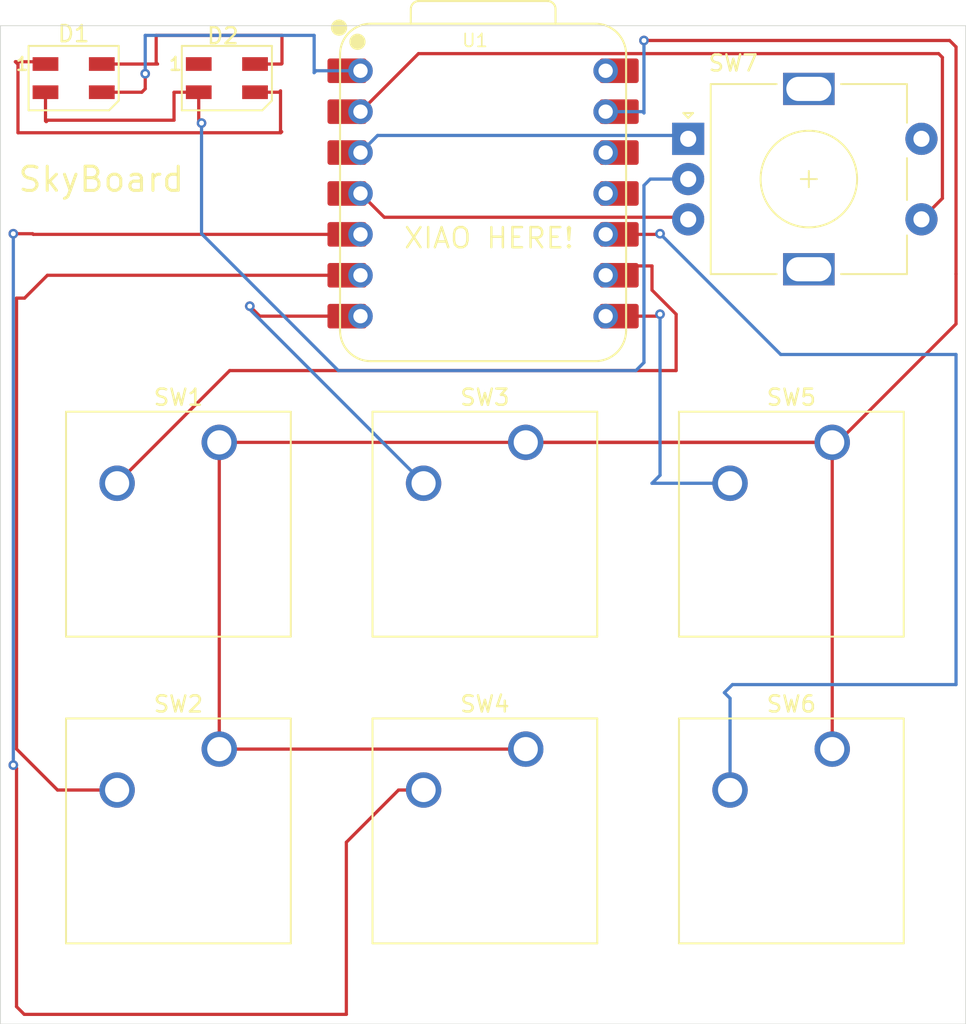
<source format=kicad_pcb>
(kicad_pcb (version 20241229) (generator "pcbnew") (generator_version "9.0")
  (layers (0 "F.Cu" signal) (2 "B.Cu" signal) (13 "F.Paste" user) (15 "B.Paste" user) (5 "F.SilkS" user "F.Silkscreen") (7 "B.SilkS" user "B.Silkscreen") (1 "F.Mask" user) (3 "B.Mask" user) (25 "Edge.Cuts" user))
  (net 0 "")
  (net 1 "Net-(D1-DOUT)")
  (net 2 "Net-(D1-VDD)")
  (net 3 "Net-(D1-VSS)")
  (net 4 "Net-(D1-DIN)")
  (net 6 "+5V")
  (net 7 "Net-(U1-GPIO7{slash}SCL)")
  (net 8 "Net-(U1-GPIO27{slash}ADC1{slash}A1)")
  (net 9 "Net-(U1-GPIO0{slash}TX)")
  (net 10 "Net-(U1-GPIO4{slash}MISO)")
  (net 12 "Net-(U1-GPIO29{slash}ADC3{slash}A3)")
  (net 13 "Net-(U1-GPIO6{slash}SDA)")
  (net 15 "GND")
  (net 16 "Net-(U1-GPIO1{slash}RX)")
  (net 17 "Net-(U1-GPIO2{slash}SCK)")
  (net 18 "Net-(U1-GPIO28{slash}ADC2{slash}A2)")
  (footprint "LED_SMD:LED_SK6812MINI_PLCC4_3.5x3.5mm_P1.75mm" (layer "F.Cu") (at 112.55 81.8375)
    (property "Reference" "D1" (at 0 -2.75 0) (layer "F.SilkS"))
    (property "Value" "SK6812MINI")
    (fp_line (start -2.8 -2) (end -2.8 2) (stroke (width 0.12)) (layer "F.SilkS"))
    (fp_line (start -2.8 -2) (end 2.8 -2) (stroke (width 0.12)) (layer "F.SilkS"))
    (fp_line (start -2.8 2) (end 2.2 2) (stroke (width 0.12)) (layer "F.SilkS"))
    (fp_line (start 2.8 1.4) (end 2.2 2) (stroke (width 0.12)) (layer "F.SilkS"))
    (fp_line (start 2.8 1.4) (end 2.8 -2) (stroke (width 0.12)) (layer "F.SilkS"))
    (fp_text user "1" (at -3.2 -0.875 0) (layer "F.SilkS") (effects (font (size 0.8 0.8))))
    (pad "1" smd rect (at -1.75 -0.875) (size 1.6 0.85) (layers "F.Cu" "F.Mask" "F.Paste") (net 1 "Net-(D1-DOUT)"))
    (pad "2" smd rect (at -1.75 0.875) (size 1.6 0.85) (layers "F.Cu" "F.Mask" "F.Paste") (net 3 "Net-(D1-VSS)"))
    (pad "3" smd rect (at 1.75 0.875) (size 1.6 0.85) (layers "F.Cu" "F.Mask" "F.Paste") (net 4 "Net-(D1-DIN)"))
    (pad "4" smd rect (at 1.75 -0.875) (size 1.6 0.85) (layers "F.Cu" "F.Mask" "F.Paste") (net 2 "Net-(D1-VDD)"))
  )
  (footprint "Button_Switch_Keyboard:SW_Cherry_MX_1.00u_PCB" (layer "F.Cu") (at 159.7025 104.4575)
    (property "Reference" "SW5" (at -2.54 -2.794 0) (layer "F.SilkS"))
    (property "Value" "SW_Push")
    (fp_line (start -9.525 -1.905) (end 4.445 -1.905) (stroke (width 0.12)) (layer "F.SilkS"))
    (fp_line (start -9.525 12.065) (end -9.525 -1.905) (stroke (width 0.12)) (layer "F.SilkS"))
    (fp_line (start 4.445 -1.905) (end 4.445 12.065) (stroke (width 0.12)) (layer "F.SilkS"))
    (fp_line (start 4.445 12.065) (end -9.525 12.065) (stroke (width 0.12)) (layer "F.SilkS"))
    (pad "" np_thru_hole circle (at -7.62 5.08) (size 1.7 1.7) (drill 1.7) (layers "*.Cu" "*.Mask"))
    (pad "" np_thru_hole circle (at -2.54 5.08) (size 4 4) (drill 4) (layers "*.Cu" "*.Mask"))
    (pad "" np_thru_hole circle (at 2.54 5.08) (size 1.7 1.7) (drill 1.7) (layers "*.Cu" "*.Mask"))
    (pad "1" thru_hole circle (at 0 0) (size 2.2 2.2) (drill 1.5) (layers "*.Cu" "*.Mask") (net 15 "GND"))
    (pad "2" thru_hole circle (at -6.35 2.54) (size 2.2 2.2) (drill 1.5) (layers "*.Cu" "*.Mask") (net 16 "Net-(U1-GPIO1{slash}RX)"))
  )
  (footprint "OPL:XIAO-RP2040-DIP" (layer "F.Cu") (at 138 89)
    (property "Reference" "U1" (at -0.5 -9.5 0) (layer "F.SilkS") (effects (font (size 0.8 0.8) (thickness 0.1016))))
    (property "Value" "XIAO-RP2040-DIP")
    (fp_line (start -8.89 8.509) (end -8.89 -8.636) (stroke (width 0.127)) (layer "F.SilkS"))
    (fp_line (start -6.985 10.414) (end 6.985 10.414) (stroke (width 0.127)) (layer "F.SilkS"))
    (fp_line (start -4.495 -10.541) (end -4.491272 -11.451272) (stroke (width 0.127)) (layer "F.SilkS"))
    (fp_line (start -3.991272 -11.951) (end 4.004 -11.951) (stroke (width 0.127)) (layer "F.SilkS"))
    (fp_line (start 4.504 -11.451) (end 4.504 -10.541) (stroke (width 0.127)) (layer "F.SilkS"))
    (fp_line (start 6.985 -10.541) (end -6.985 -10.541) (stroke (width 0.1)) (layer "F.SilkS"))
    (fp_line (start 6.985 -10.541) (end -6.985 -10.541) (stroke (width 0.127)) (layer "F.SilkS"))
    (fp_line (start 8.89 8.509) (end 8.89 -8.636) (stroke (width 0.127)) (layer "F.SilkS"))
    (fp_arc (start -8.89 -8.636) (mid -8.332038 -9.983038) (end -6.985 -10.541) (stroke (width 0.127)) (layer "F.SilkS"))
    (fp_arc (start -6.985 10.414) (mid -8.332038 9.856038) (end -8.89 8.509) (stroke (width 0.127)) (layer "F.SilkS"))
    (fp_arc (start -4.491272 -11.451272) (mid -4.344728 -11.80464) (end -3.991272 -11.951) (stroke (width 0.127)) (layer "F.SilkS"))
    (fp_arc (start 4.004 -11.951) (mid 4.357553 -11.804553) (end 4.504 -11.451) (stroke (width 0.127)) (layer "F.SilkS"))
    (fp_arc (start 6.985 -10.541) (mid 8.332038 -9.983038) (end 8.89 -8.636) (stroke (width 0.127)) (layer "F.SilkS"))
    (fp_arc (start 8.89 8.509) (mid 8.332038 9.856038) (end 6.985 10.414) (stroke (width 0.127)) (layer "F.SilkS"))
    (fp_circle (center -8.95 -10.3) (end -8.95 -10.554) (stroke (width 0.5)) (fill yes) (layer "F.SilkS"))
    (fp_circle (center -7.807 -9.42) (end -7.807 -9.674) (stroke (width 0.5)) (fill yes) (layer "F.SilkS"))
    (pad "1" smd roundrect (at -8.455 -7.62 180) (size 2.432 1.524) (layers "F.Cu" "F.Mask") (roundrect_rratio 0.1) (net 4 "Net-(D1-DIN)"))
    (pad "1" thru_hole circle (at -7.62 -7.62 180) (size 1.524 1.524) (drill 0.889) (layers "*.Cu" "*.Mask") (net 4 "Net-(D1-DIN)"))
    (pad "2" smd roundrect (at -8.455 -5.08 180) (size 2.432 1.524) (layers "F.Cu" "F.Mask") (roundrect_rratio 0.1) (net 8 "Net-(U1-GPIO27{slash}ADC1{slash}A1)"))
    (pad "2" thru_hole circle (at -7.62 -5.08 180) (size 1.524 1.524) (drill 0.889) (layers "*.Cu" "*.Mask") (net 8 "Net-(U1-GPIO27{slash}ADC1{slash}A1)"))
    (pad "3" smd roundrect (at -8.455 -2.54 180) (size 2.432 1.524) (layers "F.Cu" "F.Mask") (roundrect_rratio 0.1) (net 18 "Net-(U1-GPIO28{slash}ADC2{slash}A2)"))
    (pad "3" thru_hole circle (at -7.62 -2.54 180) (size 1.524 1.524) (drill 0.889) (layers "*.Cu" "*.Mask") (net 18 "Net-(U1-GPIO28{slash}ADC2{slash}A2)"))
    (pad "4" smd roundrect (at -8.455 0 180) (size 2.432 1.524) (layers "F.Cu" "F.Mask") (roundrect_rratio 0.1) (net 12 "Net-(U1-GPIO29{slash}ADC3{slash}A3)"))
    (pad "4" thru_hole circle (at -7.62 0 180) (size 1.524 1.524) (drill 0.889) (layers "*.Cu" "*.Mask") (net 12 "Net-(U1-GPIO29{slash}ADC3{slash}A3)"))
    (pad "5" smd roundrect (at -8.455 2.54 180) (size 2.432 1.524) (layers "F.Cu" "F.Mask") (roundrect_rratio 0.1) (net 13 "Net-(U1-GPIO6{slash}SDA)"))
    (pad "5" thru_hole circle (at -7.62 2.54 180) (size 1.524 1.524) (drill 0.889) (layers "*.Cu" "*.Mask") (net 13 "Net-(U1-GPIO6{slash}SDA)"))
    (pad "6" smd roundrect (at -8.455 5.08 180) (size 2.432 1.524) (layers "F.Cu" "F.Mask") (roundrect_rratio 0.1) (net 7 "Net-(U1-GPIO7{slash}SCL)"))
    (pad "6" thru_hole circle (at -7.62 5.08 180) (size 1.524 1.524) (drill 0.889) (layers "*.Cu" "*.Mask") (net 7 "Net-(U1-GPIO7{slash}SCL)"))
    (pad "7" smd roundrect (at -8.455 7.62 180) (size 2.432 1.524) (layers "F.Cu" "F.Mask") (roundrect_rratio 0.1) (net 9 "Net-(U1-GPIO0{slash}TX)"))
    (pad "7" thru_hole circle (at -7.62 7.62 180) (size 1.524 1.524) (drill 0.889) (layers "*.Cu" "*.Mask") (net 9 "Net-(U1-GPIO0{slash}TX)"))
    (pad "8" thru_hole circle (at 7.62 7.62) (size 1.524 1.524) (drill 0.889) (layers "*.Cu" "*.Mask") (net 16 "Net-(U1-GPIO1{slash}RX)"))
    (pad "8" smd roundrect (at 8.455 7.62) (size 2.432 1.524) (layers "F.Cu" "F.Mask") (roundrect_rratio 0.1) (net 16 "Net-(U1-GPIO1{slash}RX)"))
    (pad "9" thru_hole circle (at 7.62 5.08) (size 1.524 1.524) (drill 0.889) (layers "*.Cu" "*.Mask") (net 17 "Net-(U1-GPIO2{slash}SCK)"))
    (pad "9" smd roundrect (at 8.455 5.08) (size 2.432 1.524) (layers "F.Cu" "F.Mask") (roundrect_rratio 0.1) (net 17 "Net-(U1-GPIO2{slash}SCK)"))
    (pad "10" thru_hole circle (at 7.62 2.54) (size 1.524 1.524) (drill 0.889) (layers "*.Cu" "*.Mask") (net 10 "Net-(U1-GPIO4{slash}MISO)"))
    (pad "10" smd roundrect (at 8.455 2.54) (size 2.432 1.524) (layers "F.Cu" "F.Mask") (roundrect_rratio 0.1) (net 10 "Net-(U1-GPIO4{slash}MISO)"))
    (pad "11" thru_hole circle (at 7.62 0) (size 1.524 1.524) (drill 0.889) (layers "*.Cu" "*.Mask"))
    (pad "11" smd roundrect (at 8.455 0) (size 2.432 1.524) (layers "F.Cu" "F.Mask") (roundrect_rratio 0.1))
    (pad "12" thru_hole circle (at 7.62 -2.54) (size 1.524 1.524) (drill 0.889) (layers "*.Cu" "*.Mask"))
    (pad "12" smd roundrect (at 8.455 -2.54) (size 2.432 1.524) (layers "F.Cu" "F.Mask") (roundrect_rratio 0.1))
    (pad "13" thru_hole circle (at 7.62 -5.08) (size 1.524 1.524) (drill 0.889) (layers "*.Cu" "*.Mask") (net 15 "GND"))
    (pad "13" smd roundrect (at 8.455 -5.08) (size 2.432 1.524) (layers "F.Cu" "F.Mask") (roundrect_rratio 0.1) (net 15 "GND"))
    (pad "14" thru_hole circle (at 7.62 -7.62) (size 1.524 1.524) (drill 0.889) (layers "*.Cu" "*.Mask") (net 6 "+5V"))
    (pad "14" smd roundrect (at 8.455 -7.62) (size 2.432 1.524) (layers "F.Cu" "F.Mask") (roundrect_rratio 0.1) (net 6 "+5V"))
  )
  (footprint "Button_Switch_Keyboard:SW_Cherry_MX_1.00u_PCB" (layer "F.Cu") (at 121.6025 104.4575)
    (property "Reference" "SW1" (at -2.54 -2.794 0) (layer "F.SilkS"))
    (property "Value" "SW_Push")
    (fp_line (start -9.525 -1.905) (end 4.445 -1.905) (stroke (width 0.12)) (layer "F.SilkS"))
    (fp_line (start -9.525 12.065) (end -9.525 -1.905) (stroke (width 0.12)) (layer "F.SilkS"))
    (fp_line (start 4.445 -1.905) (end 4.445 12.065) (stroke (width 0.12)) (layer "F.SilkS"))
    (fp_line (start 4.445 12.065) (end -9.525 12.065) (stroke (width 0.12)) (layer "F.SilkS"))
    (pad "" np_thru_hole circle (at -7.62 5.08) (size 1.7 1.7) (drill 1.7) (layers "*.Cu" "*.Mask"))
    (pad "" np_thru_hole circle (at -2.54 5.08) (size 4 4) (drill 4) (layers "*.Cu" "*.Mask"))
    (pad "" np_thru_hole circle (at 2.54 5.08) (size 1.7 1.7) (drill 1.7) (layers "*.Cu" "*.Mask"))
    (pad "1" thru_hole circle (at 0 0) (size 2.2 2.2) (drill 1.5) (layers "*.Cu" "*.Mask") (net 15 "GND"))
    (pad "2" thru_hole circle (at -6.35 2.54) (size 2.2 2.2) (drill 1.5) (layers "*.Cu" "*.Mask") (net 17 "Net-(U1-GPIO2{slash}SCK)"))
  )
  (footprint "LED_SMD:LED_SK6812MINI_PLCC4_3.5x3.5mm_P1.75mm" (layer "F.Cu") (at 122.075 81.8375)
    (property "Reference" "D2" (at -0.25 -2.625 0) (layer "F.SilkS"))
    (property "Value" "SK6812MINI")
    (fp_line (start -2.8 -2) (end -2.8 2) (stroke (width 0.12)) (layer "F.SilkS"))
    (fp_line (start -2.8 -2) (end 2.8 -2) (stroke (width 0.12)) (layer "F.SilkS"))
    (fp_line (start -2.8 2) (end 2.2 2) (stroke (width 0.12)) (layer "F.SilkS"))
    (fp_line (start 2.8 1.4) (end 2.2 2) (stroke (width 0.12)) (layer "F.SilkS"))
    (fp_line (start 2.8 1.4) (end 2.8 -2) (stroke (width 0.12)) (layer "F.SilkS"))
    (fp_text user "1" (at -3.2 -0.875 0) (layer "F.SilkS") (effects (font (size 0.8 0.8))))
    (pad "1" smd rect (at -1.75 -0.875) (size 1.6 0.85) (layers "F.Cu" "F.Mask" "F.Paste"))
    (pad "2" smd rect (at -1.75 0.875) (size 1.6 0.85) (layers "F.Cu" "F.Mask" "F.Paste") (net 3 "Net-(D1-VSS)"))
    (pad "3" smd rect (at 1.75 0.875) (size 1.6 0.85) (layers "F.Cu" "F.Mask" "F.Paste") (net 1 "Net-(D1-DOUT)"))
    (pad "4" smd rect (at 1.75 -0.875) (size 1.6 0.85) (layers "F.Cu" "F.Mask" "F.Paste") (net 2 "Net-(D1-VDD)"))
  )
  (footprint "Rotary_Encoder:RotaryEncoder_Alps_EC11E-Switch_Vertical_H20mm" (layer "F.Cu") (at 150.75 85.60625)
    (property "Reference" "SW7" (at 2.8 -4.7 0) (layer "F.SilkS"))
    (property "Value" "RotaryEncoder_Switch")
    (fp_line (start -0.3 -1.6) (end 0.3 -1.6) (stroke (width 0.12)) (layer "F.SilkS"))
    (fp_line (start 0 -1.3) (end -0.3 -1.6) (stroke (width 0.12)) (layer "F.SilkS"))
    (fp_line (start 0.3 -1.6) (end 0 -1.3) (stroke (width 0.12)) (layer "F.SilkS"))
    (fp_line (start 1.4 -3.4) (end 1.4 8.4) (stroke (width 0.12)) (layer "F.SilkS"))
    (fp_line (start 5.5 -3.4) (end 1.4 -3.4) (stroke (width 0.12)) (layer "F.SilkS"))
    (fp_line (start 5.5 8.4) (end 1.4 8.4) (stroke (width 0.12)) (layer "F.SilkS"))
    (fp_line (start 7 2.5) (end 8 2.5) (stroke (width 0.12)) (layer "F.SilkS"))
    (fp_line (start 7.5 2) (end 7.5 3) (stroke (width 0.12)) (layer "F.SilkS"))
    (fp_line (start 9.5 -3.4) (end 13.6 -3.4) (stroke (width 0.12)) (layer "F.SilkS"))
    (fp_line (start 13.6 -3.4) (end 13.6 -1) (stroke (width 0.12)) (layer "F.SilkS"))
    (fp_line (start 13.6 1.2) (end 13.6 3.8) (stroke (width 0.12)) (layer "F.SilkS"))
    (fp_line (start 13.6 6) (end 13.6 8.4) (stroke (width 0.12)) (layer "F.SilkS"))
    (fp_line (start 13.6 8.4) (end 9.5 8.4) (stroke (width 0.12)) (layer "F.SilkS"))
    (fp_circle (center 7.5 2.5) (end 10.5 2.5) (stroke (width 0.12)) (fill no) (layer "F.SilkS"))
    (pad "A" thru_hole rect (at 0 0) (size 2 2) (drill 1) (layers "*.Cu" "*.Mask") (net 18 "Net-(U1-GPIO28{slash}ADC2{slash}A2)"))
    (pad "B" thru_hole circle (at 0 5) (size 2 2) (drill 1) (layers "*.Cu" "*.Mask") (net 12 "Net-(U1-GPIO29{slash}ADC3{slash}A3)"))
    (pad "C" thru_hole circle (at 0 2.5) (size 2 2) (drill 1) (layers "*.Cu" "*.Mask") (net 3 "Net-(D1-VSS)"))
    (pad "MP" thru_hole rect (at 7.5 -3.1) (size 3.2 2) (drill oval 2.8 1.5) (layers "*.Cu" "*.Mask"))
    (pad "MP" thru_hole rect (at 7.5 8.1) (size 3.2 2) (drill oval 2.8 1.5) (layers "*.Cu" "*.Mask"))
    (pad "S1" thru_hole circle (at 14.5 5) (size 2 2) (drill 1) (layers "*.Cu" "*.Mask") (net 8 "Net-(U1-GPIO27{slash}ADC1{slash}A1)"))
    (pad "S2" thru_hole circle (at 14.5 0) (size 2 2) (drill 1) (layers "*.Cu" "*.Mask"))
  )
  (footprint "Button_Switch_Keyboard:SW_Cherry_MX_1.00u_PCB" (layer "F.Cu") (at 140.6525 123.5075)
    (property "Reference" "SW4" (at -2.54 -2.794 0) (layer "F.SilkS"))
    (property "Value" "SW_Push")
    (fp_line (start -9.525 -1.905) (end 4.445 -1.905) (stroke (width 0.12)) (layer "F.SilkS"))
    (fp_line (start -9.525 12.065) (end -9.525 -1.905) (stroke (width 0.12)) (layer "F.SilkS"))
    (fp_line (start 4.445 -1.905) (end 4.445 12.065) (stroke (width 0.12)) (layer "F.SilkS"))
    (fp_line (start 4.445 12.065) (end -9.525 12.065) (stroke (width 0.12)) (layer "F.SilkS"))
    (pad "" np_thru_hole circle (at -7.62 5.08) (size 1.7 1.7) (drill 1.7) (layers "*.Cu" "*.Mask"))
    (pad "" np_thru_hole circle (at -2.54 5.08) (size 4 4) (drill 4) (layers "*.Cu" "*.Mask"))
    (pad "" np_thru_hole circle (at 2.54 5.08) (size 1.7 1.7) (drill 1.7) (layers "*.Cu" "*.Mask"))
    (pad "1" thru_hole circle (at 0 0) (size 2.2 2.2) (drill 1.5) (layers "*.Cu" "*.Mask") (net 15 "GND"))
    (pad "2" thru_hole circle (at -6.35 2.54) (size 2.2 2.2) (drill 1.5) (layers "*.Cu" "*.Mask") (net 13 "Net-(U1-GPIO6{slash}SDA)"))
  )
  (footprint "Button_Switch_Keyboard:SW_Cherry_MX_1.00u_PCB" (layer "F.Cu") (at 121.6025 123.5075)
    (property "Reference" "SW2" (at -2.54 -2.794 0) (layer "F.SilkS"))
    (property "Value" "SW_Push")
    (fp_line (start -9.525 -1.905) (end 4.445 -1.905) (stroke (width 0.12)) (layer "F.SilkS"))
    (fp_line (start -9.525 12.065) (end -9.525 -1.905) (stroke (width 0.12)) (layer "F.SilkS"))
    (fp_line (start 4.445 -1.905) (end 4.445 12.065) (stroke (width 0.12)) (layer "F.SilkS"))
    (fp_line (start 4.445 12.065) (end -9.525 12.065) (stroke (width 0.12)) (layer "F.SilkS"))
    (pad "" np_thru_hole circle (at -7.62 5.08) (size 1.7 1.7) (drill 1.7) (layers "*.Cu" "*.Mask"))
    (pad "" np_thru_hole circle (at -2.54 5.08) (size 4 4) (drill 4) (layers "*.Cu" "*.Mask"))
    (pad "" np_thru_hole circle (at 2.54 5.08) (size 1.7 1.7) (drill 1.7) (layers "*.Cu" "*.Mask"))
    (pad "1" thru_hole circle (at 0 0) (size 2.2 2.2) (drill 1.5) (layers "*.Cu" "*.Mask") (net 15 "GND"))
    (pad "2" thru_hole circle (at -6.35 2.54) (size 2.2 2.2) (drill 1.5) (layers "*.Cu" "*.Mask") (net 7 "Net-(U1-GPIO7{slash}SCL)"))
  )
  (footprint "Button_Switch_Keyboard:SW_Cherry_MX_1.00u_PCB" (layer "F.Cu") (at 159.7025 123.5075)
    (property "Reference" "SW6" (at -2.54 -2.794 0) (layer "F.SilkS"))
    (property "Value" "SW_Push")
    (fp_line (start -9.525 -1.905) (end 4.445 -1.905) (stroke (width 0.12)) (layer "F.SilkS"))
    (fp_line (start -9.525 12.065) (end -9.525 -1.905) (stroke (width 0.12)) (layer "F.SilkS"))
    (fp_line (start 4.445 -1.905) (end 4.445 12.065) (stroke (width 0.12)) (layer "F.SilkS"))
    (fp_line (start 4.445 12.065) (end -9.525 12.065) (stroke (width 0.12)) (layer "F.SilkS"))
    (pad "" np_thru_hole circle (at -7.62 5.08) (size 1.7 1.7) (drill 1.7) (layers "*.Cu" "*.Mask"))
    (pad "" np_thru_hole circle (at -2.54 5.08) (size 4 4) (drill 4) (layers "*.Cu" "*.Mask"))
    (pad "" np_thru_hole circle (at 2.54 5.08) (size 1.7 1.7) (drill 1.7) (layers "*.Cu" "*.Mask"))
    (pad "1" thru_hole circle (at 0 0) (size 2.2 2.2) (drill 1.5) (layers "*.Cu" "*.Mask") (net 15 "GND"))
    (pad "2" thru_hole circle (at -6.35 2.54) (size 2.2 2.2) (drill 1.5) (layers "*.Cu" "*.Mask") (net 10 "Net-(U1-GPIO4{slash}MISO)"))
  )
  (footprint "Button_Switch_Keyboard:SW_Cherry_MX_1.00u_PCB" (layer "F.Cu") (at 140.6525 104.4575)
    (property "Reference" "SW3" (at -2.54 -2.794 0) (layer "F.SilkS"))
    (property "Value" "SW_Push")
    (fp_line (start -9.525 -1.905) (end 4.445 -1.905) (stroke (width 0.12)) (layer "F.SilkS"))
    (fp_line (start -9.525 12.065) (end -9.525 -1.905) (stroke (width 0.12)) (layer "F.SilkS"))
    (fp_line (start 4.445 -1.905) (end 4.445 12.065) (stroke (width 0.12)) (layer "F.SilkS"))
    (fp_line (start 4.445 12.065) (end -9.525 12.065) (stroke (width 0.12)) (layer "F.SilkS"))
    (pad "" np_thru_hole circle (at -7.62 5.08) (size 1.7 1.7) (drill 1.7) (layers "*.Cu" "*.Mask"))
    (pad "" np_thru_hole circle (at -2.54 5.08) (size 4 4) (drill 4) (layers "*.Cu" "*.Mask"))
    (pad "" np_thru_hole circle (at 2.54 5.08) (size 1.7 1.7) (drill 1.7) (layers "*.Cu" "*.Mask"))
    (pad "1" thru_hole circle (at 0 0) (size 2.2 2.2) (drill 1.5) (layers "*.Cu" "*.Mask") (net 15 "GND"))
    (pad "2" thru_hole circle (at -6.35 2.54) (size 2.2 2.2) (drill 1.5) (layers "*.Cu" "*.Mask") (net 9 "Net-(U1-GPIO0{slash}TX)"))
  )
  (gr_rect (start 108 78.58125) (end 168 140.58125) (stroke (width 0.05)) (fill no) (layer "Edge.Cuts"))
  (gr_text "XIAO HERE!" (at 133 92.5 0) (layer "F.SilkS") (effects (font (size 1.25 1.25)) (justify left bottom)))
  (gr_text "SkyBoard" (at 109 89 0) (layer "F.SilkS") (effects (font (size 1.5 1.5) (thickness 0.1875)) (justify left bottom)))
  (segment (start 125.3275 82.7125) (end 123.825 82.7125) (width 0.2) (layer "F.Cu") (net 1))
  (segment (start 109.09 85.23) (end 125.42 85.23) (width 0.2) (layer "F.Cu") (net 1))
  (segment (start 108.93 80.82) (end 109.09 80.98) (width 0.2) (layer "F.Cu") (net 1))
  (segment (start 125.41 82.63) (end 125.3275 82.7125) (width 0.2) (layer "F.Cu") (net 1))
  (segment (start 125.48 85.17) (end 125.41 85.1) (width 0.2) (layer "F.Cu") (net 1))
  (segment (start 110.8 80.9625) (end 110.6575 80.82) (width 0.2) (layer "F.Cu") (net 1))
  (segment (start 125.41 85.1) (end 125.41 82.63) (width 0.2) (layer "F.Cu") (net 1))
  (segment (start 110.6575 80.82) (end 108.93 80.82) (width 0.2) (layer "F.Cu") (net 1))
  (segment (start 125.42 85.23) (end 125.48 85.17) (width 0.2) (layer "F.Cu") (net 1))
  (segment (start 109.09 80.98) (end 109.09 85.23) (width 0.2) (layer "F.Cu") (net 1))
  (segment (start 125.4625 80.9625) (end 123.825 80.9625) (width 0.2) (layer "F.Cu") (net 2))
  (segment (start 117.68 80.88) (end 117.68 79.18225) (width 0.2) (layer "F.Cu") (net 2))
  (segment (start 114.3 80.9625) (end 117.7625 80.9625) (width 0.2) (layer "F.Cu") (net 2))
  (segment (start 117.7625 80.9625) (end 117.68 80.88) (width 0.2) (layer "F.Cu") (net 2))
  (segment (start 125.5 80.925) (end 125.4625 80.9625) (width 0.2) (layer "F.Cu") (net 2))
  (segment (start 117.68 79.18225) (end 125.5 79.18225) (width 0.2) (layer "F.Cu") (net 2))
  (segment (start 125.5 79.18225) (end 125.5 80.925) (width 0.2) (layer "F.Cu") (net 2))
  (segment (start 118.79 82.72) (end 118.7975 82.7125) (width 0.2) (layer "F.Cu") (net 3))
  (segment (start 110.8 82.7125) (end 110.8 84.49) (width 0.2) (layer "F.Cu") (net 3))
  (segment (start 110.8 84.49) (end 110.85 84.54) (width 0.2) (layer "F.Cu") (net 3))
  (segment (start 120.325 82.7125) (end 120.325 84.455) (width 0.2) (layer "F.Cu") (net 3))
  (segment (start 110.85 84.54) (end 110.94 84.45) (width 0.2) (layer "F.Cu") (net 3))
  (segment (start 120.325 84.455) (end 120.5 84.63) (width 0.2) (layer "F.Cu") (net 3))
  (segment (start 110.94 84.45) (end 118.79 84.45) (width 0.2) (layer "F.Cu") (net 3))
  (segment (start 118.7975 82.7125) (end 120.325 82.7125) (width 0.2) (layer "F.Cu") (net 3))
  (segment (start 118.79 84.45) (end 118.79 82.72) (width 0.2) (layer "F.Cu") (net 3))
  (via (at 120.5 84.63) (size 0.6) (drill 0.3) (layers "F.Cu" "B.Cu") (net 3))
  (segment (start 120.5 91.5) (end 129 100) (width 0.2) (layer "B.Cu") (net 3))
  (segment (start 129 100) (end 147.5 100) (width 0.2) (layer "B.Cu") (net 3))
  (segment (start 148.39375 88.10625) (end 150.75 88.10625) (width 0.2) (layer "B.Cu") (net 3))
  (segment (start 148 99.5) (end 148 88.5) (width 0.2) (layer "B.Cu") (net 3))
  (segment (start 147.5 100) (end 148 99.5) (width 0.2) (layer "B.Cu") (net 3))
  (segment (start 120.5 84.63) (end 120.5 91.5) (width 0.2) (layer "B.Cu") (net 3))
  (segment (start 148 88.5) (end 148.39375 88.10625) (width 0.2) (layer "B.Cu") (net 3))
  (segment (start 114.3 82.7125) (end 116.7875 82.7125) (width 0.2) (layer "F.Cu") (net 4))
  (segment (start 116.7875 82.7125) (end 117 82.5) (width 0.2) (layer "F.Cu") (net 4))
  (segment (start 117 82.5) (end 117 81.5625) (width 0.2) (layer "F.Cu") (net 4))
  (via (at 117 81.5625) (size 0.6) (drill 0.3) (layers "F.Cu" "B.Cu") (net 4))
  (segment (start 117 79.18225) (end 127.5 79.18225) (width 0.2) (layer "B.Cu") (net 4))
  (segment (start 127.62 81.38) (end 130.38 81.38) (width 0.2) (layer "B.Cu") (net 4))
  (segment (start 117 81.5625) (end 117 79.18225) (width 0.2) (layer "B.Cu") (net 4))
  (segment (start 127.5 79.18225) (end 127.5 81.5) (width 0.2) (layer "B.Cu") (net 4))
  (segment (start 127.5 81.5) (end 127.62 81.38) (width 0.2) (layer "B.Cu") (net 4))
  (segment (start 110.92 94.08) (end 129.545 94.08) (width 0.2) (layer "F.Cu") (net 7))
  (segment (start 109 95.5) (end 109.5 95.5) (width 0.2) (layer "F.Cu") (net 7))
  (segment (start 109 123.5) (end 109 95.5) (width 0.2) (layer "F.Cu") (net 7))
  (segment (start 115.2525 126.0475) (end 111.5475 126.0475) (width 0.2) (layer "F.Cu") (net 7))
  (segment (start 109.5 95.5) (end 110.92 94.08) (width 0.2) (layer "F.Cu") (net 7))
  (segment (start 111.5475 126.0475) (end 109 123.5) (width 0.2) (layer "F.Cu") (net 7))
  (segment (start 166.551 89.30525) (end 166.551 80.551) (width 0.2) (layer "F.Cu") (net 8))
  (segment (start 166.317 80.317) (end 133.983 80.317) (width 0.2) (layer "F.Cu") (net 8))
  (segment (start 165.25 90.60625) (end 166.551 89.30525) (width 0.2) (layer "F.Cu") (net 8))
  (segment (start 133.983 80.317) (end 130.38 83.92) (width 0.2) (layer "F.Cu") (net 8))
  (segment (start 166.551 80.551) (end 166.317 80.317) (width 0.2) (layer "F.Cu") (net 8))
  (segment (start 124.12 96.62) (end 130.38 96.62) (width 0.2) (layer "F.Cu") (net 9))
  (segment (start 123.5 96) (end 124.12 96.62) (width 0.2) (layer "F.Cu") (net 9))
  (via (at 123.5 96) (size 0.6) (drill 0.3) (layers "F.Cu" "B.Cu") (net 9))
  (segment (start 123.5 96.195) (end 123.5 96) (width 0.2) (layer "B.Cu") (net 9))
  (segment (start 134.3025 106.9975) (end 123.5 96.195) (width 0.2) (layer "B.Cu") (net 9))
  (segment (start 148.96 91.54) (end 145.62 91.54) (width 0.2) (layer "F.Cu") (net 10))
  (segment (start 149 91.5) (end 148.96 91.54) (width 0.2) (layer "F.Cu") (net 10))
  (via (at 149 91.5) (size 0.6) (drill 0.3) (layers "F.Cu" "B.Cu") (net 10))
  (segment (start 167.399 119.5) (end 167.399 99) (width 0.2) (layer "B.Cu") (net 10))
  (segment (start 156.5 99) (end 149 91.5) (width 0.2) (layer "B.Cu") (net 10))
  (segment (start 153 120) (end 153.5 119.5) (width 0.2) (layer "B.Cu") (net 10))
  (segment (start 167.399 99) (end 156.5 99) (width 0.2) (layer "B.Cu") (net 10))
  (segment (start 153.3525 120.3525) (end 153 120) (width 0.2) (layer "B.Cu") (net 10))
  (segment (start 153.3525 126.0475) (end 153.3525 120.3525) (width 0.2) (layer "B.Cu") (net 10))
  (segment (start 153.5 119.5) (end 167.399 119.5) (width 0.2) (layer "B.Cu") (net 10))
  (segment (start 131.857 90.477) (end 130.38 89) (width 0.2) (layer "F.Cu") (net 12))
  (segment (start 150.75 90.60625) (end 150.62075 90.477) (width 0.2) (layer "F.Cu") (net 12))
  (segment (start 150.62075 90.477) (end 131.857 90.477) (width 0.2) (layer "F.Cu") (net 12))
  (segment (start 110 91.5) (end 110.04 91.54) (width 0.2) (layer "F.Cu") (net 13))
  (segment (start 110.04 91.54) (end 130.38 91.54) (width 0.2) (layer "F.Cu") (net 13))
  (segment (start 108.8 91.5) (end 110 91.5) (width 0.2) (layer "F.Cu") (net 13))
  (segment (start 109 124.7) (end 108.8 124.5) (width 0.2) (layer "F.Cu") (net 13))
  (segment (start 134.3025 126.0475) (end 132.746866 126.0475) (width 0.2) (layer "F.Cu") (net 13))
  (segment (start 129.5 139.98025) (end 109.48025 139.98025) (width 0.2) (layer "F.Cu") (net 13))
  (segment (start 132.746866 126.0475) (end 129.5 129.294366) (width 0.2) (layer "F.Cu") (net 13))
  (segment (start 129.5 129.294366) (end 129.5 139.98025) (width 0.2) (layer "F.Cu") (net 13))
  (segment (start 109.48025 139.98025) (end 109 139.5) (width 0.2) (layer "F.Cu") (net 13))
  (segment (start 109 139.5) (end 109 124.7) (width 0.2) (layer "F.Cu") (net 13))
  (via (at 108.8 91.5) (size 0.6) (drill 0.3) (layers "F.Cu" "B.Cu") (net 13))
  (via (at 108.8 124.5) (size 0.6) (drill 0.3) (layers "F.Cu" "B.Cu") (net 13))
  (segment (start 108.8 124.5) (end 108.8 91.5) (width 0.2) (layer "B.Cu") (net 13))
  (segment (start 121.6025 104.4575) (end 140.6525 104.4575) (width 0.2) (layer "F.Cu") (net 15))
  (segment (start 167 79.5) (end 148 79.5) (width 0.2) (layer "F.Cu") (net 15))
  (segment (start 160.0425 104.4575) (end 167.399 97.101) (width 0.2) (layer "F.Cu") (net 15))
  (segment (start 167.399 79.899) (end 167 79.5) (width 0.2) (layer "F.Cu") (net 15))
  (segment (start 167.399 97.101) (end 167.399 94) (width 0.2) (layer "F.Cu") (net 15))
  (segment (start 167.399 94) (end 167.399 79.899) (width 0.2) (layer "F.Cu") (net 15))
  (segment (start 121.6025 123.5075) (end 140.6525 123.5075) (width 0.2) (layer "F.Cu") (net 15))
  (segment (start 140.6525 104.4575) (end 160.0425 104.4575) (width 0.2) (layer "F.Cu") (net 15))
  (segment (start 140.6525 104.4575) (end 159.7025 104.4575) (width 0.2) (layer "F.Cu") (net 15))
  (segment (start 159.7025 104.4575) (end 159.7025 123.5075) (width 0.2) (layer "F.Cu") (net 15))
  (segment (start 121.6025 104.4575) (end 121.6025 123.5075) (width 0.2) (layer "F.Cu") (net 15))
  (via (at 148 79.5) (size 0.6) (drill 0.3) (layers "F.Cu" "B.Cu") (net 15))
  (segment (start 147.92 83.92) (end 145.62 83.92) (width 0.2) (layer "B.Cu") (net 15))
  (segment (start 148 79.5) (end 148 84) (width 0.2) (layer "B.Cu") (net 15))
  (segment (start 148 84) (end 147.92 83.92) (width 0.2) (layer "B.Cu") (net 15))
  (segment (start 148.88 96.62) (end 145.62 96.62) (width 0.2) (layer "F.Cu") (net 16))
  (segment (start 149 96.5) (end 148.88 96.62) (width 0.2) (layer "F.Cu") (net 16))
  (via (at 149 96.5) (size 0.6) (drill 0.3) (layers "F.Cu" "B.Cu") (net 16))
  (segment (start 153.3525 106.9975) (end 148.5025 106.9975) (width 0.2) (layer "B.Cu") (net 16))
  (segment (start 148.5 107) (end 149 106.5) (width 0.2) (layer "B.Cu") (net 16))
  (segment (start 148.5025 106.9975) (end 148.5 107) (width 0.2) (layer "B.Cu") (net 16))
  (segment (start 149 106.5) (end 149 96.5) (width 0.2) (layer "B.Cu") (net 16))
  (segment (start 115.2525 106.9975) (end 122.25 100) (width 0.2) (layer "F.Cu") (net 17))
  (segment (start 146.2 93.5) (end 145.62 94.08) (width 0.2) (layer "F.Cu") (net 17))
  (segment (start 148.5 93.5) (end 146.2 93.5) (width 0.2) (layer "F.Cu") (net 17))
  (segment (start 122.25 100) (end 150 100) (width 0.2) (layer "F.Cu") (net 17))
  (segment (start 150 96.5) (end 148.5 95) (width 0.2) (layer "F.Cu") (net 17))
  (segment (start 148.5 95) (end 148.5 93.5) (width 0.2) (layer "F.Cu") (net 17))
  (segment (start 150 100) (end 150 96.5) (width 0.2) (layer "F.Cu") (net 17))
  (segment (start 150.75 85.60625) (end 150.54075 85.397) (width 0.2) (layer "B.Cu") (net 18))
  (segment (start 150.54075 85.397) (end 131.443 85.397) (width 0.2) (layer "B.Cu") (net 18))
  (segment (start 131.443 85.397) (end 130.38 86.46) (width 0.2) (layer "B.Cu") (net 18))
)
</source>
